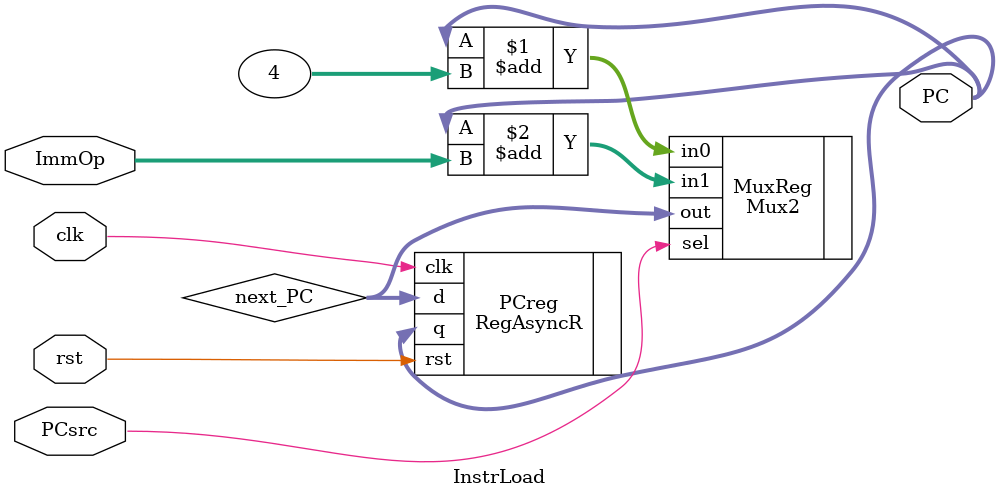
<source format=sv>
module InstrLoad (
    input logic PCsrc,
    input logic clk,
    input logic rst,
    input logic [31:0] ImmOp,

    output logic [31:0] PC
);

logic [31:0] next_PC;

RegAsyncR #(32) PCreg (
    .d (next_PC),
    .rst (rst),
    .clk (clk),
    .q (PC)
);

Mux2 #(32) MuxReg (
    .sel (PCsrc),
    .in0 (PC + 4),
    .in1 (PC + ImmOp),
    .out (next_PC)
); 
  
endmodule

</source>
